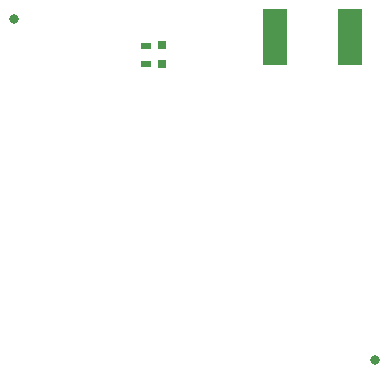
<source format=gbr>
%TF.GenerationSoftware,Altium Limited,Altium Designer,21.4.1 (30)*%
G04 Layer_Color=128*
%FSLAX26Y26*%
%MOIN*%
%TF.SameCoordinates,A13BDBB0-CAD7-4838-8454-AA6E24CDD61A*%
%TF.FilePolarity,Positive*%
%TF.FileFunction,Paste,Bot*%
%TF.Part,Single*%
G01*
G75*
%TA.AperFunction,FiducialPad,Global*%
%ADD14C,0.031496*%
%TA.AperFunction,SMDPad,CuDef*%
%ADD27R,0.078740X0.185039*%
%ADD43R,0.034000X0.024000*%
%ADD58R,0.031496X0.031496*%
D14*
X39372Y1228985D02*
D03*
X1243154Y91281D02*
D03*
D27*
X908038Y1170558D02*
D03*
X1159681D02*
D03*
D43*
X480475Y1080085D02*
D03*
Y1140085D02*
D03*
D58*
X532837Y1142714D02*
D03*
Y1077753D02*
D03*
%TF.MD5,c6029830c507c09ebce58b28fd56a82a*%
M02*

</source>
